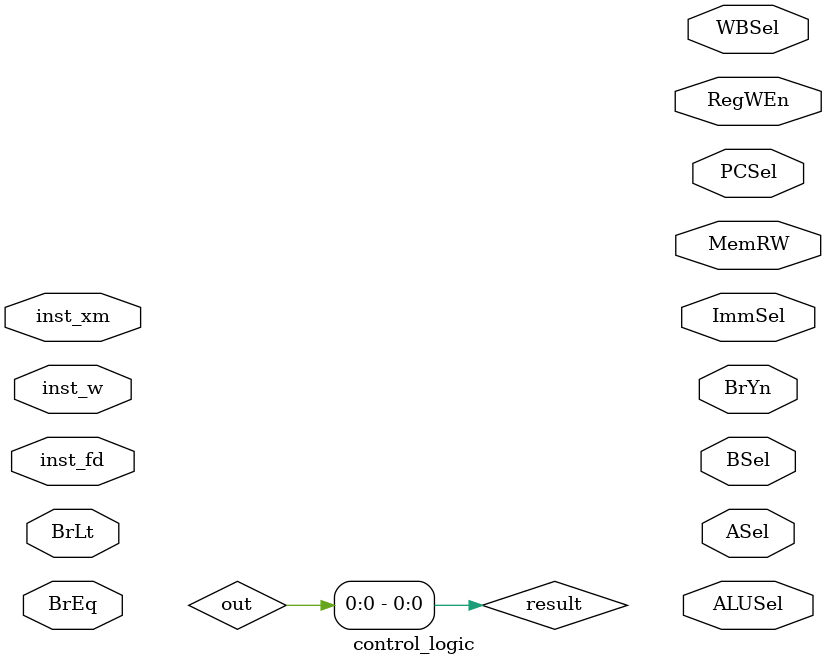
<source format=v>
module control_logic #(
    parameter W_SIZE = 32
) (
    input [W_SIZE-1:0] inst_fd, inst_xm, inst_w,
    input BrEq, BrLt,
    output PCSel, RegWEn, BrYn, ASel, BSel, MemRW, 
    output [3:0] ALUSel,
    output [2:0] ImmSel, 
    output [2:0] WBSel
);
    localparam 
    ADD = 4'b0_000,
    SUB = 4'b1_000,
    AND = 4'b0_111,
    OR  = 4'b0_110,
    XOR = 4'b0_100,
    SLL = 4'b0_001,
    SRL = 4'b0_101,
    SRA = 4'b1_101,
    SLT = 4'b0_010,
    SLTU= 4'b0_011;

    reg [W_SIZE-1:0] out;
    assign result = out;

    always @(*) begin
      case(ALUSel)
        ADD:    out = a + b;
        SUB:    out = a - b;
        AND:    out = a & b;
        OR:     out = a | b;
        XOR:    out = a ^ b;
        SLL:    out = a << b[4:0];
        SRL:    out = a >> b[4:0];
        SRA:    out = $signed(a) >>> b[4:0];
        SLT:    out = $signed(a) < $signed(b) ? 'd1 : 'd0;
        SLTU:   out = a < b ? 'd1 : 'd0;
        default: out = b; // Need to only pass b for the lui instruction
      endcase
    end


endmodule

</source>
